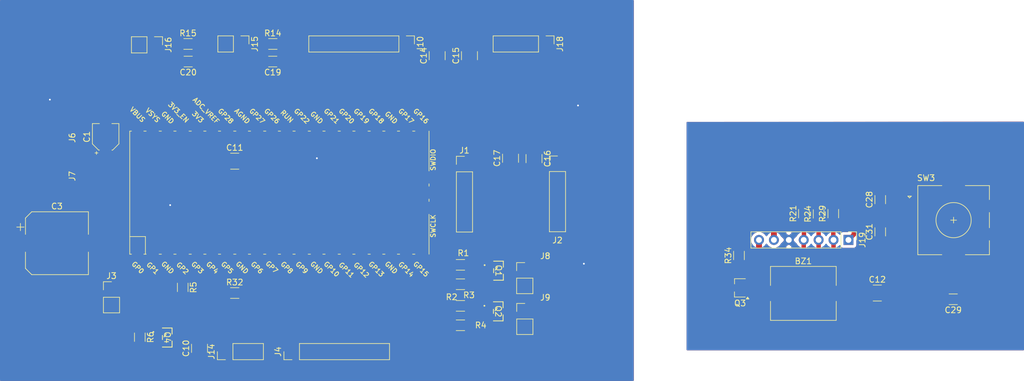
<source format=kicad_pcb>
(kicad_pcb (version 20241229) (generator "pcbnew") (generator_version "9.0")
  (layers (0 "F.Cu" signal) (2 "B.Cu" signal) (13 "F.Paste" user) (15 "B.Paste" user) (5 "F.SilkS" user "F.Silkscreen") (7 "B.SilkS" user "B.Silkscreen") (1 "F.Mask" user) (3 "B.Mask" user) (25 "Edge.Cuts" user))
  (net 0 "")
  (net 5 "+3.3V")
  (net 6 "Net-(J1-Pin_3)")
  (net 7 "Net-(J1-Pin_5)")
  (net 8 "Net-(J1-Pin_4)")
  (net 9 "Net-(J2-Pin_4)")
  (net 10 "Net-(J8-Pin_1)")
  (net 11 "Net-(J9-Pin_1)")
  (net 12 "Net-(Q1-G)")
  (net 13 "Net-(Q2-G)")
  (net 14 "/Element 1")
  (net 15 "/Element 2")
  (net 16 "+5V")
  (net 17 "Net-(J10-Pin_7)")
  (net 18 "Net-(J10-Pin_4)")
  (net 19 "Net-(J10-Pin_3)")
  (net 20 "Net-(J10-Pin_5)")
  (net 21 "Net-(J10-Pin_6)")
  (net 23 "Net-(BZ1--)")
  (net 24 "Net-(Q3-B)")
  (net 25 "Net-(J3-Pin_1)")
  (net 26 "Net-(J3-Pin_2)")
  (net 27 "Net-(J18-Pin_1)")
  (net 28 "Net-(J18-Pin_2)")
  (net 29 "Net-(J4-Pin_2)")
  (net 30 "Net-(J4-Pin_4)")
  (net 31 "Net-(J4-Pin_3)")
  (net 32 "Net-(J4-Pin_1)")
  (net 33 "Net-(J19-Pin_3)")
  (net 34 "Net-(J19-Pin_4)")
  (net 35 "Net-(J19-Pin_2)")
  (net 36 "Net-(J19-Pin_1)")
  (net 37 "Net-(J14-Pin_3)")
  (net 38 "GND")
  (net 39 "Net-(J14-Pin_2)")
  (net 40 "/Door OP")
  (net 41 "/Door CL")
  (net 42 "Net-(Q4-G)")
  (net 43 "/Servo EN")
  (net 44 "/Servo SIG")
  (footprint "Resistor_SMD:R_1206_3216Metric_Pad1.30x1.75mm_HandSolder" (layer "F.Cu") (at 218 83.95 90)
    (property "Reference" "R21")
    (property "Value" "4K7")
  )
  (footprint "Buzzer_Beeper:Buzzer_Mallory_AST1109MLTRQ" (layer "F.Cu") (at 217.9 97.5625 180)
    (property "Reference" "BZ1")
    (property "Value" "Buzzer")
  )
  (footprint "Resistor_SMD:R_1206_3216Metric" (layer "F.Cu") (at 112.137788 96.5375 -90)
    (property "Reference" "R5")
    (property "Value" "330R")
  )
  (footprint "Capacitor_SMD:C_1210_3225Metric_Pad1.33x2.70mm_HandSolder" (layer "F.Cu") (at 121 75)
    (property "Reference" "C11")
    (property "Value" "100nf" (hide yes))
  )
  (footprint "PMV20XNER:SOT23-TO-236AB_NEX" (layer "F.Cu") (at 165.90688 100.623118 -90)
    (property "Reference" "Q2")
    (property "Value" "PMV20XNER")
  )
  (footprint "RP-Pico Libraries:RPi_Pico_SMD" (layer "F.Cu") (at 128.61 80.37 90)
    (property "Reference" "U1" (hide yes))
    (property "Value" "Pico" (hide yes))
  )
  (footprint "Connector_PinHeader_2.54mm:PinHeader_1x02_P2.54mm_Vertical_SMD" (layer "F.Cu") (at 107.315 55.1475 -90)
    (property "Reference" "J16")
    (property "Value" "Door")
  )
  (footprint "Connector_PinHeader_2.54mm:PinHeader_1x07_P2.54mm_Vertical" (layer "F.Cu") (at 225.58 88.44 -90)
    (property "Reference" "J19")
    (property "Value" "Controls")
  )
  (footprint "Connector_PinHeader_2.54mm:PinHeader_1x02_P2.54mm_Vertical_SMD" (layer "F.Cu") (at 170.434029 100.65315)
    (property "Reference" "J9")
    (property "Value" "Conn_01x02_Pin")
  )
  (footprint "Resistor_SMD:R_1206_3216Metric" (layer "F.Cu") (at 104.825875 105.0375 -90)
    (property "Reference" "R6")
    (property "Value" "10K")
  )
  (footprint "Capacitor_SMD:C_1206_3216Metric_Pad1.33x1.80mm_HandSolder" (layer "F.Cu") (at 231 87.0625 90)
    (property "Reference" "C31")
    (property "Value" "10nf")
  )
  (footprint "Connector_PinHeader_2.54mm:PinHeader_1x05_P2.54mm_Vertical_SMD" (layer "F.Cu") (at 160.1475 75.55)
    (property "Reference" "J1")
    (property "Value" "Thermocouple 1")
  )
  (footprint "PMV20XNER:SOT23-TO-236AB_NEX" (layer "F.Cu") (at 165.9465 93.69 -90)
    (property "Reference" "Q1")
    (property "Value" "PMV20XNER")
  )
  (footprint "Capacitor_SMD:C_1206_3216Metric_Pad1.33x1.80mm_HandSolder" (layer "F.Cu") (at 231 81.5625 90)
    (property "Reference" "C28")
    (property "Value" "10nf")
  )
  (footprint "Capacitor_SMD:C_1210_3225Metric_Pad1.33x2.70mm_HandSolder" (layer "F.Cu") (at 161 57 90)
    (property "Reference" "C15")
    (property "Value" "100nf")
  )
  (footprint "Capacitor_SMD:C_1210_3225Metric_Pad1.33x2.70mm_HandSolder" (layer "F.Cu") (at 168 74.5 90)
    (property "Reference" "C17")
    (property "Value" "100nf")
  )
  (footprint "Rotary_Encoder:RotaryEncoder_Alps_EC11E-Switch_Vertical_H20mm_SMD" (layer "F.Cu") (at 236 82.5625)
    (property "Reference" "SW3")
    (property "Value" "RotaryEncoder_Switch")
  )
  (footprint "Connector_PinHeader_2.54mm:PinHeader_1x02_P2.54mm_Vertical_SMD" (layer "F.Cu") (at 100 96.96)
    (property "Reference" "J3")
    (property "Value" "Debug")
  )
  (footprint "Resistor_SMD:R_1206_3216Metric_Pad1.30x1.75mm_HandSolder" (layer "F.Cu") (at 223 83.95 90)
    (property "Reference" "R29")
    (property "Value" "4K7")
  )
  (footprint "Capacitor_SMD:C_1210_3225Metric_Pad1.33x2.70mm_HandSolder" (layer "F.Cu") (at 230.5 97.5)
    (property "Reference" "C12")
    (property "Value" "100nf")
  )
  (footprint "Connector_PinHeader_2.54mm:PinHeader_1x04_P2.54mm_Vertical_SMD" (layer "F.Cu") (at 174.04 55 -90)
    (property "Reference" "J18")
    (property "Value" "Ambient snesor")
  )
  (footprint "PMV20XNER:SOT23-TO-236AB_NEX" (layer "F.Cu") (at 109.5 105.091765 -90)
    (property "Reference" "Q4")
    (property "Value" "AO3401A")
  )
  (footprint "Resistor_SMD:R_1206_3216Metric_Pad1.30x1.75mm_HandSolder" (layer "F.Cu") (at 121 97.5)
    (property "Reference" "R32")
    (property "Value" "220R")
  )
  (footprint "Capacitor_SMD:C_1206_3216Metric_Pad1.33x1.80mm_HandSolder" (layer "F.Cu") (at 127.4775 58 180)
    (property "Reference" "C19")
    (property "Value" "10nf")
  )
  (footprint "Capacitor_SMD:C_1206_3216Metric_Pad1.33x1.80mm_HandSolder" (layer "F.Cu") (at 113.07 58 180)
    (property "Reference" "C20")
    (property "Value" "10nf")
  )
  (footprint "Connector_PinHeader_2.54mm:PinHeader_1x07_P2.54mm_Vertical_SMD" (layer "F.Cu") (at 130.76 107.5 90)
    (property "Reference" "J4")
    (property "Value" "Controls")
  )
  (footprint "Resistor_SMD:R_1206_3216Metric_Pad1.30x1.75mm_HandSolder" (layer "F.Cu") (at 113.04 55)
    (property "Reference" "R15")
    (property "Value" "4K7")
  )
  (footprint "Capacitor_SMD:C_1210_3225Metric_Pad1.33x2.70mm_HandSolder" (layer "F.Cu") (at 172 74.5625 -90)
    (property "Reference" "C16")
    (property "Value" "100nf")
  )
  (footprint "Resistor_SMD:R_1206_3216Metric_Pad1.30x1.75mm_HandSolder" (layer "F.Cu") (at 220.5 84 90)
    (property "Reference" "R24")
    (property "Value" "4K7")
  )
  (footprint "Connector_Wire:SolderWirePad_1x01_SMD_5x10mm" (layer "F.Cu") (at 89.5 77.55 -90)
    (property "Reference" "J7")
    (property "Value" "+5V")
  )
  (footprint "Resistor_SMD:R_1206_3216Metric_Pad1.30x1.75mm_HandSolder" (layer "F.Cu") (at 206.926799 91.09234 90)
    (property "Reference" "R34")
    (property "Value" "1K")
  )
  (footprint "Capacitor_SMD:CP_Elec_4x5.4" (layer "F.Cu") (at 99 70.85 90)
    (property "Reference" "C1")
    (property "Value" "10uf")
  )
  (footprint "Connector_Wire:SolderWirePad_1x01_SMD_5x10mm" (layer "F.Cu") (at 89.5 71 -90)
    (property "Reference" "J6")
    (property "Value" "GND(A)")
  )
  (footprint "Resistor_SMD:R_1206_3216Metric" (layer "F.Cu") (at 159.4625 96 180)
    (property "Reference" "R2")
    (property "Value" "10K")
  )
  (footprint "Resistor_SMD:R_1206_3216Metric" (layer "F.Cu") (at 159.4625 99.69)
    (property "Reference" "R3")
    (property "Value" "220R")
  )
  (footprint "Capacitor_SMD:C_1210_3225Metric_Pad1.33x2.70mm_HandSolder" (layer "F.Cu") (at 115 106.9375 90)
    (property "Reference" "C10")
    (property "Value" "100nf")
  )
  (footprint "Resistor_SMD:R_1206_3216Metric_Pad1.30x1.75mm_HandSolder" (layer "F.Cu") (at 127.49 55)
    (property "Reference" "R14")
    (property "Value" "4K7")
  )
  (footprint "Resistor_SMD:R_1206_3216Metric" (layer "F.Cu") (at 159.4625 92.69)
    (property "Reference" "R1")
    (property "Value" "220R")
  )
  (footprint "Connector_PinHeader_2.54mm:PinHeader_1x07_P2.54mm_Vertical_SMD" (layer "F.Cu") (at 150.24 55 -90)
    (property "Reference" "J10")
    (property "Value" "Display")
  )
  (footprint "Connector_PinHeader_2.54mm:PinHeader_1x05_P2.54mm_Vertical_SMD" (layer "F.Cu") (at 176 75.5)
    (property "Reference" "J2")
    (property "Value" "Thermocouple 2")
  )
  (footprint "Connector_PinHeader_2.54mm:PinHeader_1x02_P2.54mm_Vertical_SMD" (layer "F.Cu") (at 170.425 93.69)
    (property "Reference" "J8")
    (property "Value" "Conn_01x02_Pin")
  )
  (footprint "Resistor_SMD:R_1206_3216Metric" (layer "F.Cu") (at 159.4625 103 180)
    (property "Reference" "R4")
    (property "Value" "10K")
  )
  (footprint "Connector_PinHeader_2.54mm:PinHeader_1x03_P2.54mm_Vertical_SMD" (layer "F.Cu") (at 119.42 107.5 90)
    (property "Reference" "J14")
    (property "Value" "Servo 1")
  )
  (footprint "Connector_PinHeader_2.54mm:PinHeader_1x02_P2.54mm_Vertical_SMD" (layer "F.Cu") (at 122.04 55 -90)
    (property "Reference" "J15")
    (property "Value" "Door")
  )
  (footprint "Package_TO_SOT_SMD:TSOT-23" (layer "F.Cu") (at 207.116799 96.64234 180)
    (property "Reference" "Q3")
    (property "Value" "NPN")
  )
  (footprint "Capacitor_SMD:C_1206_3216Metric_Pad1.33x1.80mm_HandSolder" (layer "F.Cu") (at 243.4375 98.5625 180)
    (property "Reference" "C29")
    (property "Value" "10nf")
  )
  (footprint "Capacitor_SMD:C_1210_3225Metric_Pad1.33x2.70mm_HandSolder" (layer "F.Cu") (at 155.5 57 90)
    (property "Reference" "C14")
    (property "Value" "100nf")
  )
  (footprint "Capacitor_SMD:CP_Elec_10x10.5" (layer "F.Cu") (at 90.7 89)
    (property "Reference" "C3")
    (property "Value" "1000uf")
  )
  (gr_circle (center 201 71.0225) (end 202.5 71.0225) (stroke (width 0.2)) (fill no) (layer "F.Cu"))
  (gr_circle (center 229.369915 101.49539) (end 230.369915 101.49539) (stroke (width 0.2)) (fill no) (layer "F.Cu"))
  (gr_circle (center 252.5 104.5225) (end 254 104.5225) (stroke (width 0.2)) (fill no) (layer "F.Cu"))
  (gr_circle (center 185 51) (end 186.5 51) (stroke (width 0.2)) (fill no) (layer "F.Cu"))
  (gr_circle (center 229.325936 74.465062) (end 230.325936 74.465062) (stroke (width 0.2)) (fill no) (layer "F.Cu"))
  (gr_circle (center 206.227758 101.5) (end 207.227758 101.5) (stroke (width 0.2)) (fill no) (layer "F.Cu"))
  (gr_circle (center 252.5 71.0225) (end 254 71.0225) (stroke (width 0.2)) (fill no) (layer "F.Cu"))
  (gr_circle (center 185 108.5) (end 186.5 108.5) (stroke (width 0.2)) (fill no) (layer "F.Cu"))
  (gr_circle (center 85 108.5) (end 86.5 108.5) (stroke (width 0.2)) (fill no) (layer "F.Cu"))
  (gr_circle (center 206.291531 74.465062) (end 207.291531 74.465062) (stroke (width 0.2)) (fill no) (layer "F.Cu"))
  (gr_circle (center 85 51) (end 86.5 51) (stroke (width 0.2)) (fill no) (layer "F.Cu"))
  (gr_circle (center 201 104.5225) (end 202.5 104.5225) (stroke (width 0.2)) (fill no) (layer "F.Cu"))
  (segment (start 168 76.0625) (end 168 78.09) (width 1) (layer "F.Cu") (net 5))
  (segment (start 114.64 75.14) (end 114.64 71.48) (width 1) (layer "F.Cu") (net 5))
  (segment (start 185.46 78.04) (end 185.5 78) (width 1) (layer "F.Cu") (net 5))
  (segment (start 147.7 55) (end 147.7 51.3) (width 1) (layer "F.Cu") (net 5))
  (segment (start 161 51) (end 155.5 51) (width 1) (layer "F.Cu") (net 5))
  (segment (start 222.95 82.45) (end 223 82.4) (width 1) (layer "F.Cu") (net 5))
  (segment (start 129.04 52) (end 129.04 55) (width 1) (layer "F.Cu") (net 5))
  (segment (start 172 78.09) (end 175.95 78.09) (width 1) (layer "F.Cu") (net 5))
  (segment (start 172 76.125) (end 172 78.09) (width 1) (layer "F.Cu") (net 5))
  (segment (start 170.425 96.23) (end 185.23 96.23) (width 1) (layer "F.Cu") (net 5))
  (segment (start 155.5 51) (end 148 51) (width 1) (layer "F.Cu") (net 5))
  (segment (start 176 78.04) (end 185.46 78.04) (width 1) (layer "F.Cu") (net 5))
  (segment (start 170.434029 103.19315) (end 180.30685 103.19315) (width 1) (layer "F.Cu") (net 5))
  (segment (start 116.04 51) (end 128.04 51) (width 1) (layer "F.Cu") (net 5))
  (segment (start 153.5 107) (end 147.5 101) (width 1) (layer "F.Cu") (net 5))
  (segment (start 180.5 103) (end 176.5 107) (width 1) (layer "F.Cu") (net 5))
  (segment (start 128.04 51) (end 129.04 52) (width 1) (layer "F.Cu") (net 5))
  (segment (start 160.1475 78.09) (end 167.5 78.09) (width 1) (layer "F.Cu") (net 5))
  (segment (start 180.30685 103.19315) (end 180.5 103) (width 1) (layer "F.Cu") (net 5))
  (segment (start 218 82.4) (end 220.45 82.4) (width 1) (layer "F.Cu") (net 5))
  (segment (start 175.95 78.09) (end 176 78.04) (width 1) (layer "F.Cu") (net 5))
  (segment (start 212.88 84.12) (end 212.88 88.44) (width 1) (layer "F.Cu") (net 5))
  (segment (start 185.23 96.23) (end 185.5 96.5) (width 1) (layer "F.Cu") (net 5))
  (segment (start 114.54 52.5) (end 114.59 52.55) (width 1) (layer "F.Cu") (net 5))
  (segment (start 147.7 51.3) (end 148 51) (width 1) (layer "F.Cu") (net 5))
  (segment (start 155.5 55.4375) (end 155.5 51) (width 1) (layer "F.Cu") (net 5))
  (segment (start 220.5 82.45) (end 222.95 82.45) (width 1) (layer "F.Cu") (net 5))
  (segment (start 114.78 75) (end 114.64 75.14) (width 1) (layer "F.Cu") (net 5))
  (segment (start 161 55.4375) (end 161 51) (width 1) (layer "F.Cu") (net 5))
  (segment (start 117.59 78.09) (end 114.64 75.14) (width 1) (layer "F.Cu") (net 5))
  (segment (start 185.5 96.5) (end 185.5 98) (width 1) (layer "F.Cu") (net 5))
  (segment (start 144 101) (end 143.46 101.54) (width 1) (layer "F.Cu") (net 5))
  (segment (start 212.88 84.12) (end 214.6 82.4) (width 1) (layer "F.Cu") (net 5))
  (segment (start 185.5 59) (end 177.5 51) (width 1) (layer "F.Cu") (net 5))
  (segment (start 116.04 51) (end 114.54 52.5) (width 1) (layer "F.Cu") (net 5))
  (segment (start 160.1475 78.09) (end 117.59 78.09) (width 1) (layer "F.Cu") (net 5))
  (segment (start 185.5 98) (end 180.5 103) (width 1) (layer "F.Cu") (net 5))
  (segment (start 167.5 78.09) (end 168 78.09) (width 1) (layer "F.Cu") (net 5))
  (segment (start 185.5 78) (end 185.5 96.5) (width 1) (layer "F.Cu") (net 5))
  (segment (start 168 78.09) (end 172 78.09) (width 1) (layer "F.Cu") (net 5))
  (segment (start 117.59 78.09) (end 117.5 78) (width 1) (layer "F.Cu") (net 5))
  (segment (start 148 51) (end 128.04 51) (width 1) (layer "F.Cu") (net 5))
  (segment (start 177.5 51) (end 161 51) (width 1) (layer "F.Cu") (net 5))
  (segment (start 114.59 52.55) (end 114.59 55) (width 1) (layer "F.Cu") (net 5))
  (segment (start 119.4375 75) (end 114.78 75) (width 1) (layer "F.Cu") (net 5))
  (segment (start 147.5 101) (end 144 101) (width 1) (layer "F.Cu") (net 5))
  (segment (start 220.45 82.4) (end 220.5 82.45) (width 1) (layer "F.Cu") (net 5))
  (segment (start 176.5 107) (end 153.5 107) (width 1) (layer "F.Cu") (net 5))
  (segment (start 143.46 101.54) (end 143.46 107.5) (width 1) (layer "F.Cu") (net 5))
  (segment (start 214.6 82.4) (end 218 82.4) (width 1) (layer "F.Cu") (net 5))
  (segment (start 185.5 78) (end 185.5 59) (width 1) (layer "F.Cu") (net 5))
  (segment (start 160.1475 80.63) (end 175.95 80.63) (width 0.75) (layer "F.Cu") (net 6))
  (segment (start 141.37 80.63) (end 137.5 84.5) (width 0.75) (layer "F.Cu") (net 6))
  (segment (start 137.5 84.5) (end 137.5 89.26) (width 0.75) (layer "F.Cu") (net 6))
  (segment (start 175.95 80.63) (end 176 80.58) (width 0.75) (layer "F.Cu") (net 6))
  (segment (start 160.1475 80.63) (end 141.37 80.63) (width 0.75) (layer "F.Cu") (net 6))
  (segment (start 144.29 85.71) (end 160.1475 85.71) (width 0.75) (layer "F.Cu") (net 7))
  (segment (start 142.58 87.42) (end 144.29 85.71) (width 0.75) (layer "F.Cu") (net 7))
  (segment (start 176 85.66) (end 160.1975 85.66) (width 0.75) (layer "F.Cu") (net 7))
  (segment (start 142.58 89.26) (end 142.58 87.42) (width 0.75) (layer "F.Cu") (net 7))
  (segment (start 160.1975 85.66) (end 160.1475 85.71) (width 0.75) (layer "F.Cu") (net 7))
  (segment (start 143.33 83.17) (end 160.1475 83.17) (width 0.75) (layer "F.Cu") (net 8))
  (segment (start 140.04 89.26) (end 140.04 86.46) (width 0.75) (layer "F.Cu") (net 8))
  (segment (start 140.04 86.46) (end 143.33 83.17) (width 0.75) (layer "F.Cu") (net 8))
  (segment (start 181.62 83.12) (end 176 83.12) (width 0.75) (layer "F.Cu") (net 9))
  (segment (start 182.5 84) (end 181.62 83.12) (width 0.75) (layer "F.Cu") (net 9))
  (segment (start 158.8965 87.436) (end 160.4605 89) (width 0.75) (layer "F.Cu") (net 9))
  (segment (start 145.12 89.26) (end 145.12 88.348) (width 0.75) (layer "F.Cu") (net 9))
  (segment (start 182.5 88) (end 182.5 84) (width 0.75) (layer "F.Cu") (net 9))
  (segment (start 160.4605 89) (end 181.5 89) (width 0.75) (layer "F.Cu") (net 9))
  (segment (start 146.032 87.436) (end 158.8965 87.436) (width 0.75) (layer "F.Cu") (net 9))
  (segment (start 181.5 89) (end 182.5 88) (width 0.75) (layer "F.Cu") (net 9))
  (segment (start 145.12 88.348) (end 146.032 87.436) (width 0.75) (layer "F.Cu") (net 9))
  (segment (start 166.9625 93.69) (end 169.9625 93.69) (width 0.75) (layer "F.Cu") (net 10))
  (segment (start 166.92288 100.623118) (end 170.403997 100.623118) (width 0.75) (layer "F.Cu") (net 11))
  (segment (start 170.403997 100.623118) (end 170.434029 100.65315) (width 0.75) (layer "F.Cu") (net 11))
  (segment (start 160.925 92.69) (end 164.880501 92.69) (width 0.75) (layer "F.Cu") (net 12))
  (segment (start 160.925 92.69) (end 160.925 96) (width 0.75) (layer "F.Cu") (net 12))
  (segment (start 164.880501 92.69) (end 164.9305 92.739999) (width 0.75) (layer "F.Cu") (net 12))
  (segment (start 160.925 99.69) (end 160.925 103) (width 0.75) (layer "F.Cu") (net 13))
  (segment (start 164.873997 99.69) (end 164.89088 99.673117) (width 0.75) (layer "F.Cu") (net 13))
  (segment (start 160.925 99.69) (end 164.873997 99.69) (width 0.75) (layer "F.Cu") (net 13))
  (segment (start 158 92.69) (end 158 90.5) (width 0.75) (layer "F.Cu") (net 14))
  (segment (start 158 90.5) (end 156.76 89.26) (width 0.75) (layer "F.Cu") (net 14))
  (segment (start 156.76 89.26) (end 152.74 89.26) (width 0.75) (layer "F.Cu") (net 14))
  (segment (start 150.2 96.2) (end 150.2 89.26) (width 0.75) (layer "F.Cu") (net 15))
  (segment (start 158 99.69) (end 153.69 99.69) (width 0.75) (layer "F.Cu") (net 15))
  (segment (start 153.69 99.69) (end 150.2 96.2) (width 0.75) (layer "F.Cu") (net 15))
  (segment (start 97 77.55) (end 104.45 77.55) (width 1.5) (layer "F.Cu") (net 16))
  (segment (start 86.5 85) (end 86.5 99) (width 1.5) (layer "F.Cu") (net 16))
  (segment (start 97 77.55) (end 99 75.55) (width 1.5) (layer "F.Cu") (net 16))
  (segment (start 89.5 82) (end 86.5 85) (width 1.5) (layer "F.Cu") (net 16))
  (segment (start 107.02 74.98) (end 107.02 71.48) (width 1.5) (layer "F.Cu") (net 16))
  (segment (start 89.5 77.55) (end 97 77.55) (width 1.5) (layer "F.Cu") (net 16))
  (segment (start 94 106.5) (end 104.825875 106.5) (width 1.5) (layer "F.Cu") (net 16))
  (segment (start 210.34 90.84) (end 217 97.5) (width 1) (layer "F.Cu") (net 16))
  (segment (start 99 75.55) (end 99 72.65) (width 1.5) (layer "F.Cu") (net 16))
  (segment (start 210.34 88.44) (end 210.34 90.84) (width 1) (layer "F.Cu") (net 16))
  (segment (start 89.5 77.55) (end 89.5 82) (width 1.5) (layer "F.Cu") (net 16))
  (segment (start 217 97.5) (end 228.9375 97.5) (width 1) (layer "F.Cu") (net 16))
  (segment (start 86.5 99) (end 94 106.5) (width 1.5) (layer "F.Cu") (net 16))
  (segment (start 108.025766 106.5) (end 108.484 106.041766) (width 1.5) (layer "F.Cu") (net 16))
  (segment (start 104.45 77.55) (end 107.02 74.98) (width 1.5) (layer "F.Cu") (net 16))
  (segment (start 104.825875 106.5) (end 108.025766 106.5) (width 1.5) (layer "F.Cu") (net 16))
  (segment (start 132.42 71.48) (end 132.42 66.08) (width 0.75) (layer "F.Cu") (net 17))
  (segment (start 135 63.5) (end 135 55) (width 0.75) (layer "F.Cu") (net 17))
  (segment (start 132.42 66.08) (end 135 63.5) (width 0.75) (layer "F.Cu") (net 17))
  (segment (start 142.58 55.04) (end 142.62 55) (width 0.75) (layer "F.Cu") (net 18))
  (segment (start 142.58 71.48) (end 142.58 55.04) (width 0.75) (layer "F.Cu") (net 18))
  (segment (start 142.58 71.48) (end 142.54 71.44) (width 0.75) (layer "F.Cu") (net 18))
  (segment (start 145.12 55.04) (end 145.16 55) (width 0.75) (layer "F.Cu") (net 19))
  (segment (start 145.12 71.48) (end 145.08 71.44) (width 0.75) (layer "F.Cu") (net 19))
  (segment (start 145.12 71.48) (end 145.12 55.04) (width 0.75) (layer "F.Cu") (net 19))
  (segment (start 140.04 71.48) (end 140 71.44) (width 0.75) (layer "F.Cu") (net 20))
  (segment (start 140.04 55.04) (end 140.08 55) (width 0.75) (layer "F.Cu") (net 20))
  (segment (start 140.04 71.48) (end 140.04 55.04) (width 0.75) (layer "F.Cu") (net 20))
  (segment (start 137.5 71.48) (end 137.46 71.44) (width 0.75) (layer "F.Cu") (net 21))
  (segment (start 137.54 71.44) (end 137.5 71.48) (width 0.75) (layer "F.Cu") (net 21))
  (segment (start 137.54 55) (end 137.54 71.44) (width 0.75) (layer "F.Cu") (net 21))
  (segment (start 211.27016 97.59234) (end 211.3 97.5625) (width 0.75) (layer "F.Cu") (net 23))
  (segment (start 208.426799 97.59234) (end 211.27016 97.59234) (width 0.75) (layer "F.Cu") (net 23))
  (segment (start 206.926799 94.19234) (end 208.426799 95.69234) (width 0.75) (layer "F.Cu") (net 24))
  (segment (start 206.926799 92.64234) (end 206.926799 94.19234) (width 0.75) (layer "F.Cu") (net 24))
  (segment (start 101.74 89.26) (end 100 91) (width 0.75) (layer "F.Cu") (net 25))
  (segment (start 100 91) (end 100 96.96) (width 0.75) (layer "F.Cu") (net 25))
  (segment (start 104.48 89.26) (end 101.74 89.26) (width 0.75) (layer "F.Cu") (net 25))
  (segment (start 107.02 89.26) (end 107.02 97.48) (width 0.75) (layer "F.Cu") (net 26))
  (segment (start 107.02 97.48) (end 105 99.5) (width 0.75) (layer "F.Cu") (net 26))
  (segment (start 105 99.5) (end 100 99.5) (width 0.75) (layer "F.Cu") (net 26))
  (segment (start 152.74 71.48) (end 155.02 71.48) (width 0.75) (layer "F.Cu") (net 27))
  (segment (start 159.5 67) (end 172 67) (width 0.75) (layer "F.Cu") (net 27))
  (segment (start 174.04 64.96) (end 174.04 55) (width 0.75) (layer "F.Cu") (net 27))
  (segment (start 155.02 71.48) (end 159.5 67) (width 0.75) (layer "F.Cu") (net 27))
  (segment (start 172 67) (end 174.04 64.96) (width 0.75) (layer "F.Cu") (net 27))
  (segment (start 150.2 66.3) (end 152 64.5) (width 0.75) (layer "F.Cu") (net 28))
  (segment (start 171.5 63) (end 171.5 55) (width 0.75) (layer "F.Cu") (net 28))
  (segment (start 170 64.5) (end 171.5 63) (width 0.75) (layer "F.Cu") (net 28))
  (segment (start 152 64.5) (end 170 64.5) (width 0.75) (layer "F.Cu") (net 28))
  (segment (start 150.2 71.48) (end 150.2 66.3) (width 0.75) (layer "F.Cu") (net 28))
  (segment (start 133.3 100.3) (end 133.3 107.5) (width 0.75) (layer "F.Cu") (net 29))
  (segment (start 127.34 94.34) (end 133.3 100.3) (width 0.75) (layer "F.Cu") (net 29))
  (segment (start 127.34 89.26) (end 127.34 94.34) (width 0.75) (layer "F.Cu") (net 29))
  (segment (start 138.38 99.88) (end 138.38 107.5) (width 0.75) (layer "F.Cu") (net 30))
  (segment (start 132.42 93.92) (end 138.38 99.88) (width 0.75) (layer "F.Cu") (net 30))
  (segment (start 132.42 89.26) (end 132.42 93.92) (width 0.75) (layer "F.Cu") (net 30))
  (segment (start 129.88 94.38) (end 135.84 100.34) (width 0.75) (layer "F.Cu") (net 31))
  (segment (start 135.84 100.34) (end 135.84 107.5) (width 0.75) (layer "F.Cu") (net 31))
  (segment (start 129.88 89.26) (end 129.88 94.38) (width 0.75) (layer "F.Cu") (net 31))
  (segment (start 130.76 100.76) (end 130.76 107.5) (width 0.75) (layer "F.Cu") (net 32))
  (segment (start 124.8 94.8) (end 130.76 100.76) (width 0.75) (layer "F.Cu") (net 32))
  (segment (start 124.8 89.26) (end 124.8 94.8) (width 0.75) (layer "F.Cu") (net 32))
  (segment (start 220.5 88.44) (end 220.5 91.5) (width 0.75) (layer "F.Cu") (net 33))
  (segment (start 220.5 85.55) (end 220.5 88.44) (width 0.75) (layer "F.Cu") (net 33))
  (segment (start 220.5 91.5) (end 221.8115 92.8115) (width 0.75) (layer "F.Cu") (net 33))
  (segment (start 221.8115 92.8115) (end 238.1885 92.8115) (width 0.75) (layer "F.Cu") (net 33))
  (segment (start 239 82.5625) (end 235.5 82.5625) (width 0.75) (layer "F.Cu") (net 33))
  (segment (start 240 91) (end 240 83.5625) (width 0.75) (layer "F.Cu") (net 33))
  (segment (start 238.1885 92.8115) (end 240 91) (width 0.75) (layer "F.Cu") (net 33))
  (segment (start 240 83.5625) (end 239 82.5625) (width 0.75) (layer "F.Cu") (net 33))
  (segment (start 235.5 81.0625) (end 235.5 82.5625) (width 0.75) (layer "F.Cu") (net 33))
  (segment (start 234.4375 80) (end 235.5 81.0625) (width 0.75) (layer "F.Cu") (net 33))
  (segment (start 231 80) (end 234.4375 80) (width 0.75) (layer "F.Cu") (net 33))
  (segment (start 217.96 88.44) (end 217.96 91.96) (width 0.75) (layer "F.Cu") (net 34))
  (segment (start 245 95.0625) (end 249.5 95.0625) (width 0.75) (layer "F.Cu") (net 34))
  (segment (start 249.5 95.0625) (end 251.5 93.0625) (width 0.75) (layer "F.Cu") (net 34))
  (segment (start 218 85.5) (end 218 88.4) (width 0.75) (layer "F.Cu") (net 34))
  (segment (start 239.5 95.0625) (end 245 95.0625) (width 0.75) (layer "F.Cu") (net 34))
  (segment (start 217.96 91.96) (end 220.0625 94.0625) (width 0.75) (layer "F.Cu") (net 34))
  (segment (start 251.5 93.0625) (end 251.5 87.5625) (width 0.75) (layer "F.Cu") (net 34))
  (segment (start 220.0625 94.0625) (end 238.5 94.0625) (width 0.75) (layer "F.Cu") (net 34))
  (segment (start 238.5 94.0625) (end 239.5 95.0625) (width 0.75) (layer "F.Cu") (net 34))
  (segment (start 218 88.4) (end 217.96 88.44) (width 0.75) (layer "F.Cu") (net 34))
  (segment (start 245 98.5625) (end 245 95.0625) (width 0.75) (layer "F.Cu") (net 34))
  (segment (start 235.5 89.5625) (end 235.5 87.5625) (width 0.75) (layer "F.Cu") (net 35))
  (segment (start 223.04 90.54) (end 224.0605 91.5605) (width 0.75) (layer "F.Cu") (net 35))
  (segment (start 223 88.4) (end 223.04 88.44) (width 0.75) (layer "F.Cu") (net 35))
  (segment (start 233.502 91.5605) (end 235.5 89.5625) (width 0.75) (layer "F.Cu") (net 35))
  (segment (start 232.0625 87.5625) (end 231 88.625) (width 0.75) (layer "F.Cu") (net 35))
  (segment (start 224.0605 91.5605) (end 233.502 91.5605) (width 0.75) (layer "F.Cu") (net 35))
  (segment (start 223 85.5) (end 223 88.4) (width 0.75) (layer "F.Cu") (net 35))
  (segment (start 223.04 88.44) (end 223.04 90.54) (width 0.75) (layer "F.Cu") (net 35))
  (segment (start 235.5 87.5625) (end 232.0625 87.5625) (width 0.75) (layer "F.Cu") (net 35))
  (segment (start 226.5 87.52) (end 226.5 81) (width 0.75) (layer "F.Cu") (net 36))
  (segment (start 206.926799 84.473201) (end 206.926799 89.54234) (width 0.75) (layer "F.Cu") (net 36))
  (segment (start 226.5 81) (end 225 79.5) (width 0.75) (layer "F.Cu") (net 36))
  (segment (start 225 79.5) (end 211.9 79.5) (width 0.75) (layer "F.Cu") (net 36))
  (segment (start 211.9 79.5) (end 206.926799 84.473201) (width 0.75) (layer "F.Cu") (net 36))
  (segment (start 225.58 88.44) (end 226.5 87.52) (width 0.75) (layer "F.Cu") (net 36))
  (segment (start 124.5 107.5) (end 124.5 98.5) (width 0.75) (layer "F.Cu") (net 37))
  (segment (start 123.5 97.5) (end 122.55 97.5) (width 0.75) (layer "F.Cu") (net 37))
  (segment (start 124.5 107.5) (end 124.495728 107.495728) (width 0.75) (layer "F.Cu") (net 37))
  (segment (start 124.5 98.5) (end 123.5 97.5) (width 0.75) (layer "F.Cu") (net 37))
  (via (at 180.5 92.5) (size 2) (drill 0.3) (layers "F.Cu" "B.Cu") (net 38))
  (via (at 135 74.5) (size 2) (drill 0.3) (layers "F.Cu" "B.Cu") (net 38))
  (via (at 89.5 64.5) (size 2) (drill 0.3) (layers "F.Cu" "B.Cu") (net 38))
  (via (at 110 82.5) (size 2) (drill 0.3) (layers "F.Cu" "B.Cu") (net 38))
  (via (at 179.5 65.5) (size 2) (drill 0.3) (layers "F.Cu" "B.Cu") (net 38))
  (segment (start 115 108.5) (end 111 108.5) (width 0.75) (layer "F.Cu") (net 39))
  (segment (start 121.96 107.5) (end 121.96 102.46) (width 1.5) (layer "F.Cu") (net 39))
  (segment (start 110.516 107.984) (end 110.516 105.091765) (width 0.75) (layer "F.Cu") (net 39))
  (segment (start 111.825875 101) (end 110.516 102.309875) (width 1.5) (layer "F.Cu") (net 39))
  (segment (start 110.5 108) (end 110.516 107.984) (width 0.75) (layer "F.Cu") (net 39))
  (segment (start 110.516 102.309875) (end 110.516 105.091765) (width 1.5) (layer "F.Cu") (net 39))
  (segment (start 121.96 102.46) (end 120.5 101) (width 1.5) (layer "F.Cu") (net 39))
  (segment (start 120.5 101) (end 111.825875 101) (width 1.5) (layer "F.Cu") (net 39))
  (segment (start 111 108.5) (end 110.5 108) (width 0.75) (layer "F.Cu") (net 39))
  (segment (start 122.04 62) (end 123.04 63) (width 0.75) (layer "F.Cu") (net 40))
  (segment (start 127.34 65.34) (end 127.34 71.48) (width 0.75) (layer "F.Cu") (net 40))
  (segment (start 122.04 55) (end 122.04 62) (width 0.75) (layer "F.Cu") (net 40))
  (segment (start 125 63) (end 127.34 65.34) (width 0.75) (layer "F.Cu") (net 40))
  (segment (start 122.04 55) (end 125.94 55) (width 0.75) (layer "F.Cu") (net 40))
  (segment (start 123.04 63) (end 125 63) (width 0.75) (layer "F.Cu") (net 40))
  (segment (start 125.94 55) (end 125.94 57.975) (width 0.75) (layer "F.Cu") (net 40))
  (segment (start 125.94 57.975) (end 125.915 58) (width 0.75) (layer "F.Cu") (net 40))
  (segment (start 107.315 55.1475) (end 107.315 61.775) (width 0.75) (layer "F.Cu") (net 41))
  (segment (start 124.8 66.8) (end 124.8 71.48) (width 0.75) (layer "F.Cu") (net 41))
  (segment (start 111.49 55) (end 107.4625 55) (width 0.75) (layer "F.Cu") (net 41))
  (segment (start 111.04 65.5) (end 123.5 65.5) (width 0.75) (layer "F.Cu") (net 41))
  (segment (start 111.49 57.9825) (end 111.5075 58) (width 0.75) (layer "F.Cu") (net 41))
  (segment (start 123.5 65.5) (end 124.8 66.8) (width 0.75) (layer "F.Cu") (net 41))
  (segment (start 107.315 61.775) (end 111.04 65.5) (width 0.75) (layer "F.Cu") (net 41))
  (segment (start 111.49 55) (end 111.49 57.9825) (width 0.75) (layer "F.Cu") (net 41))
  (segment (start 107.4625 55) (end 107.315 55.1475) (width 0.75) (layer "F.Cu") (net 41))
  (segment (start 104.825875 103.575) (end 107.917236 103.575) (width 0.75) (layer "F.Cu") (net 42))
  (segment (start 111 98) (end 108.484 100.516) (width 0.75) (layer "F.Cu") (net 42))
  (segment (start 112.137788 98) (end 111 98) (width 0.75) (layer "F.Cu") (net 42))
  (segment (start 108.463663 104.121427) (end 108.484 104.141764) (width 0.75) (layer "F.Cu") (net 42))
  (segment (start 107.917236 103.575) (end 108.484 104.141764) (width 0.75) (layer "F.Cu") (net 42))
  (segment (start 108.484 100.516) (end 108.484 104.141764) (width 0.75) (layer "F.Cu") (net 42))
  (segment (start 112.1 95.037212) (end 112.137788 95.075) (width 0.75) (layer "F.Cu") (net 43))
  (segment (start 112.1 89.26) (end 112.1 95.037212) (width 0.75) (layer "F.Cu") (net 43))
  (segment (start 114.64 95.64) (end 114.64 89.26) (width 0.75) (layer "F.Cu") (net 44))
  (segment (start 114.64 95.64) (end 116.5 97.5) (width 0.75) (layer "F.Cu") (net 44))
  (segment (start 116.5 97.5) (end 119.45 97.5) (width 0.75) (layer "F.Cu") (net 44))
  (zone (net 0) (net_name "") (layer "F.Cu") (priority 8) (connect_pads (clearance 0.75)) (min_thickness 0.25) (fill yes (thermal_gap 0.5) (thermal_bridge_width 0.5) (island_removal_mode 1) (island_area_min 10))
    (polygon (pts (xy 226.385292 71.978307) (xy 209.175714 72.020319) (xy 209.222449 76.848622) (xy 226.385292 76.819172)))
  )
  (zone (net 38) (net_name "GND") (layer "F.Cu") (connect_pads (clearance 0.5)) (min_thickness 0.25) (fill yes (thermal_gap 0.5) (thermal_bridge_width 1))
    (polygon (pts (xy 81 47.5) (xy 81 112.5) (xy 189 112.5) (xy 189 47.5)))
  )
  (zone (net 38) (net_name "GND") (layer "F.Cu") (priority 2) (connect_pads (clearance 0.5)) (min_thickness 0.25) (fill yes (thermal_gap 0.5) (thermal_bridge_width 1))
    (polygon (pts (xy 198 68.290832) (xy 198 107.2725) (xy 255.5 107.2725) (xy 255.5 68.255726)))
  )
  (zone (net 38) (net_name "GND") (layer "B.Cu") (priority 3) (connect_pads (clearance 0.5)) (min_thickness 0.25) (fill yes (thermal_gap 0.5) (thermal_bridge_width 1))
    (polygon (pts (xy 198 68.305472) (xy 198 107.2725) (xy 255.5 107.2725) (xy 255.5 68.270366)))
  )
  (zone (net 38) (net_name "GND") (layer "B.Cu") (priority 1) (connect_pads (clearance 0.5)) (min_thickness 0.25) (fill yes (thermal_gap 0.5) (thermal_bridge_width 0.5))
    (polygon (pts (xy 81 47.5) (xy 81 112.5) (xy 189 112.5) (xy 189 47.5)))
  )
)
</source>
